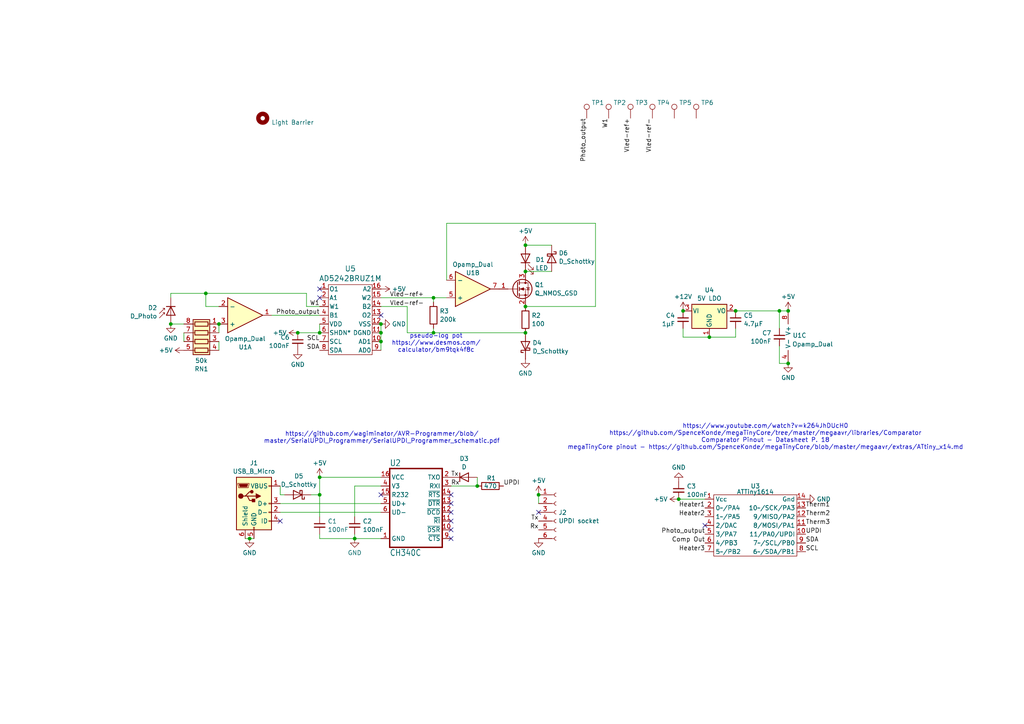
<source format=kicad_sch>
(kicad_sch (version 20231120) (generator "eeschema") (generator_version "8.0")
  (paper "A4")
  (lib_symbols
    (symbol "Connector:Conn_01x06_Socket" (pin_names (offset 1.016) hide)
      (property "Reference" "J" (at 0 7.62 0))
      (property "Value" "Conn_01x06_Socket" (at 0 -10.16 0))
      (symbol "Conn_01x06_Socket_1_1"
        (arc (start 0 -7.112) (mid -0.5058 -7.62) (end 0 -8.128) (stroke (width 0.1524)))
        (arc (start 0 -4.572) (mid -0.5058 -5.08) (end 0 -5.588) (stroke (width 0.1524)))
        (arc (start 0 -2.032) (mid -0.5058 -2.54) (end 0 -3.048) (stroke (width 0.1524)))
        (polyline (pts (xy -1.27 -7.62) (xy -0.508 -7.62)) (stroke (width 0.1524)))
        (polyline (pts (xy -1.27 -5.08) (xy -0.508 -5.08)) (stroke (width 0.1524)))
        (polyline (pts (xy -1.27 -2.54) (xy -0.508 -2.54)) (stroke (width 0.1524)))
        (polyline (pts (xy -1.27 0) (xy -0.508 0)) (stroke (width 0.1524)))
        (polyline (pts (xy -1.27 2.54) (xy -0.508 2.54)) (stroke (width 0.1524)))
        (polyline (pts (xy -1.27 5.08) (xy -0.508 5.08)) (stroke (width 0.1524)))
        (arc (start 0 0.508) (mid -0.5058 0) (end 0 -0.508) (stroke (width 0.1524)))
        (arc (start 0 3.048) (mid -0.5058 2.54) (end 0 2.032) (stroke (width 0.1524)))
        (arc (start 0 5.588) (mid -0.5058 5.08) (end 0 4.572) (stroke (width 0.1524)))
        (pin passive line (at -5.08 5.08 0) (length 3.81) (name "Pin_1") (number "1"))
        (pin passive line (at -5.08 2.54 0) (length 3.81) (name "Pin_2") (number "2"))
        (pin passive line (at -5.08 0 0) (length 3.81) (name "Pin_3") (number "3"))
        (pin passive line (at -5.08 -2.54 0) (length 3.81) (name "Pin_4") (number "4"))
        (pin passive line (at -5.08 -5.08 0) (length 3.81) (name "Pin_5") (number "5"))
        (pin passive line (at -5.08 -7.62 0) (length 3.81) (name "Pin_6") (number "6"))
      )
    )
    (symbol "Connector:TestPoint" (pin_numbers hide) (pin_names (offset 0.762) hide)
      (property "Reference" "TP" (at 0 6.858 0))
      (property "Value" "TestPoint" (at 0 5.08 0))
      (symbol "TestPoint_0_1"
        (circle (center 0 3.302) (radius 0.762))
      )
      (symbol "TestPoint_1_1"
        (pin passive line (at 0 0 90) (length 2.54) (name "1") (number "1"))
      )
    )
    (symbol "Connector:USB_B_Micro" (pin_names (offset 1.016))
      (property "Reference" "J" (at -5.08 11.43 0))
      (property "Value" "USB_B_Micro" (at -5.08 8.89 0))
      (symbol "USB_B_Micro_0_1"
        (rectangle (start -5.08 -7.62) (end 5.08 7.62) (stroke (width 0.254)) (fill (type background)))
        (circle (center -3.81 2.159) (radius 0.635) (stroke (width 0.254)) (fill (type outline)))
        (circle (center -0.635 3.429) (radius 0.381) (stroke (width 0.254)) (fill (type outline)))
        (rectangle (start -0.127 -7.62) (end 0.127 -6.858))
        (polyline (pts (xy -1.905 2.159) (xy 0.635 2.159)) (stroke (width 0.254)))
        (polyline (pts (xy -3.175 2.159) (xy -2.54 2.159) (xy -1.27 3.429) (xy -0.635 3.429)) (stroke (width 0.254)))
        (polyline (pts (xy -2.54 2.159) (xy -1.905 2.159) (xy -1.27 0.889) (xy 0 0.889)) (stroke (width 0.254)))
        (polyline (pts (xy 0.635 2.794) (xy 0.635 1.524) (xy 1.905 2.159) (xy 0.635 2.794)) (stroke (width 0.254)) (fill (type outline)))
        (polyline (pts (xy -4.318 5.588) (xy -1.778 5.588) (xy -2.032 4.826) (xy -4.064 4.826) (xy -4.318 5.588)) (fill (type outline)))
        (polyline (pts (xy -4.699 5.842) (xy -4.699 5.588) (xy -4.445 4.826) (xy -4.445 4.572) (xy -1.651 4.572) (xy -1.651 4.826) (xy -1.397 5.588) (xy -1.397 5.842) (xy -4.699 5.842)))
        (rectangle (start 0.254 1.27) (end -0.508 0.508) (stroke (width 0.254)) (fill (type outline)))
        (rectangle (start 5.08 -5.207) (end 4.318 -4.953))
        (rectangle (start 5.08 -2.667) (end 4.318 -2.413))
        (rectangle (start 5.08 -0.127) (end 4.318 0.127))
        (rectangle (start 5.08 4.953) (end 4.318 5.207))
      )
      (symbol "USB_B_Micro_1_1"
        (pin power_out line (at 7.62 5.08 180) (length 2.54) (name "VBUS") (number "1"))
        (pin bidirectional line (at 7.62 -2.54 180) (length 2.54) (name "D-") (number "2"))
        (pin bidirectional line (at 7.62 0 180) (length 2.54) (name "D+") (number "3"))
        (pin passive line (at 7.62 -5.08 180) (length 2.54) (name "ID") (number "4"))
        (pin power_out line (at 0 -10.16 90) (length 2.54) (name "GND") (number "5"))
        (pin passive line (at -2.54 -10.16 90) (length 2.54) (name "Shield") (number "6"))
      )
    )
    (symbol "Custom:AD5242BRUZ1M" (pin_names (offset 0.254))
      (property "Reference" "U" (at 13.716 5.08 0))
      (property "Value" "AD5242BRUZ1M" (at 13.716 2.794 0))
      (symbol "AD5242BRUZ1M_1_1"
        (rectangle (start 7.62 1.27) (end 20.32 -19.05))
        (pin unspecified line (at 5.08 0 0) (length 2.54) (name "O1") (number "1"))
        (pin unspecified line (at 22.86 -15.24 180) (length 2.54) (name "AD1") (number "10"))
        (pin unspecified line (at 22.86 -12.7 180) (length 2.54) (name "DGND") (number "11"))
        (pin power_in line (at 22.86 -10.16 180) (length 2.54) (name "VSS") (number "12"))
        (pin unspecified line (at 22.86 -7.62 180) (length 2.54) (name "O2") (number "13"))
        (pin unspecified line (at 22.86 -5.08 180) (length 2.54) (name "B2") (number "14"))
        (pin unspecified line (at 22.86 -2.54 180) (length 2.54) (name "W2") (number "15"))
        (pin unspecified line (at 22.86 0 180) (length 2.54) (name "A2") (number "16"))
        (pin unspecified line (at 5.08 -2.54 0) (length 2.54) (name "A1") (number "2"))
        (pin unspecified line (at 5.08 -5.08 0) (length 2.54) (name "W1") (number "3"))
        (pin unspecified line (at 5.08 -7.62 0) (length 2.54) (name "B1") (number "4"))
        (pin power_in line (at 5.08 -10.16 0) (length 2.54) (name "VDD") (number "5"))
        (pin unspecified line (at 5.08 -12.7 0) (length 2.54) (name "SHDN*") (number "6"))
        (pin unspecified line (at 5.08 -15.24 0) (length 2.54) (name "SCL") (number "7"))
        (pin unspecified line (at 5.08 -17.78 0) (length 2.54) (name "SDA") (number "8"))
        (pin unspecified line (at 22.86 -17.78 180) (length 2.54) (name "AD0") (number "9"))
      )
    )
    (symbol "Custom:ATTiny1614"
      (property "Reference" "U" (at 0 0 0))
      (symbol "ATTiny1614_0_1"
        (rectangle (start -11.43 -1.27) (end 12.7 -19.05))
      )
      (symbol "ATTiny1614_1_1"
        (pin input line (at -13.97 -2.54 0) (length 2.54) (name "Vcc") (number "1"))
        (pin input line (at 15.24 -12.7 180) (length 2.54) (name "11/PA0/UPDI") (number "10"))
        (pin input line (at 15.24 -10.16 180) (length 2.54) (name "8/MOSI/PA1") (number "11"))
        (pin input line (at 15.24 -7.62 180) (length 2.54) (name "9/MISO/PA2") (number "12"))
        (pin input line (at 15.24 -5.08 180) (length 2.54) (name "10~/SCK/PA3") (number "13"))
        (pin input line (at 15.24 -2.54 180) (length 2.54) (name "Gnd") (number "14"))
        (pin input line (at -13.97 -5.08 0) (length 2.54) (name "0~/PA4") (number "2"))
        (pin input line (at -13.97 -7.62 0) (length 2.54) (name "1~/PA5") (number "3"))
        (pin input line (at -13.97 -10.16 0) (length 2.54) (name "2/DAC") (number "4"))
        (pin input line (at -13.97 -12.7 0) (length 2.54) (name "3/PA7") (number "5"))
        (pin input line (at -13.97 -15.24 0) (length 2.54) (name "4/PB3") (number "6"))
        (pin input line (at -13.97 -17.78 0) (length 2.54) (name "5~/PB2") (number "7"))
        (pin input line (at 15.24 -17.78 180) (length 2.54) (name "6~/SDA/PB1") (number "8"))
        (pin input line (at 15.24 -15.24 180) (length 2.54) (name "7~/SCL/PB0") (number "9"))
      )
    )
    (symbol "Device:C_Small" (pin_numbers hide) (pin_names (offset 0.254) hide)
      (property "Reference" "C" (at 0.254 1.778 0))
      (property "Value" "C_Small" (at 0.254 -2.032 0))
      (symbol "C_Small_0_1"
        (polyline (pts (xy -1.524 -0.508) (xy 1.524 -0.508)) (stroke (width 0.3302)))
        (polyline (pts (xy -1.524 0.508) (xy 1.524 0.508)) (stroke (width 0.3048)))
      )
      (symbol "C_Small_1_1"
        (pin passive line (at 0 2.54 270) (length 2.032) (name "~") (number "1"))
        (pin passive line (at 0 -2.54 90) (length 2.032) (name "~") (number "2"))
      )
    )
    (symbol "Device:D" (pin_numbers hide) (pin_names (offset 1.016) hide)
      (property "Reference" "D" (at 0 2.54 0))
      (property "Value" "D" (at 0 -2.54 0))
      (symbol "D_0_1"
        (polyline (pts (xy -1.27 1.27) (xy -1.27 -1.27)) (stroke (width 0.254)))
        (polyline (pts (xy 1.27 0) (xy -1.27 0)))
        (polyline (pts (xy 1.27 1.27) (xy 1.27 -1.27) (xy -1.27 0) (xy 1.27 1.27)) (stroke (width 0.254)))
      )
      (symbol "D_1_1"
        (pin passive line (at -3.81 0 0) (length 2.54) (name "K") (number "1"))
        (pin passive line (at 3.81 0 180) (length 2.54) (name "A") (number "2"))
      )
    )
    (symbol "Device:D_Photo" (pin_numbers hide) (pin_names hide)
      (property "Reference" "D" (at 0.508 1.778 0))
      (property "Value" "D_Photo" (at -1.016 -2.794 0))
      (symbol "D_Photo_0_1"
        (polyline (pts (xy -2.54 1.27) (xy -2.54 -1.27)) (stroke (width 0.254)))
        (polyline (pts (xy -2.032 1.778) (xy -1.524 1.778)))
        (polyline (pts (xy 0 0) (xy -2.54 0)))
        (polyline (pts (xy -0.508 3.302) (xy -2.032 1.778) (xy -2.032 2.286)))
        (polyline (pts (xy 0 -1.27) (xy 0 1.27) (xy -2.54 0) (xy 0 -1.27)) (stroke (width 0.254)))
        (polyline (pts (xy 0.762 3.302) (xy -0.762 1.778) (xy -0.762 2.286) (xy -0.762 1.778) (xy -0.254 1.778)))
      )
      (symbol "D_Photo_1_1"
        (pin passive line (at -5.08 0 0) (length 2.54) (name "K") (number "1"))
        (pin passive line (at 2.54 0 180) (length 2.54) (name "A") (number "2"))
      )
    )
    (symbol "Device:D_Schottky" (pin_numbers hide) (pin_names (offset 1.016) hide)
      (property "Reference" "D" (at 0 2.54 0))
      (property "Value" "D_Schottky" (at 0 -2.54 0))
      (symbol "D_Schottky_0_1"
        (polyline (pts (xy 1.27 0) (xy -1.27 0)))
        (polyline (pts (xy 1.27 1.27) (xy 1.27 -1.27) (xy -1.27 0) (xy 1.27 1.27)) (stroke (width 0.254)))
        (polyline (pts (xy -1.905 0.635) (xy -1.905 1.27) (xy -1.27 1.27) (xy -1.27 -1.27) (xy -0.635 -1.27) (xy -0.635 -0.635)) (stroke (width 0.254)))
      )
      (symbol "D_Schottky_1_1"
        (pin passive line (at -3.81 0 0) (length 2.54) (name "K") (number "1"))
        (pin passive line (at 3.81 0 180) (length 2.54) (name "A") (number "2"))
      )
    )
    (symbol "Device:LED" (pin_numbers hide) (pin_names (offset 1.016) hide)
      (property "Reference" "D" (at 0 2.54 0))
      (property "Value" "LED" (at 0 -2.54 0))
      (symbol "LED_0_1"
        (polyline (pts (xy -1.27 -1.27) (xy -1.27 1.27)) (stroke (width 0.254)))
        (polyline (pts (xy -1.27 0) (xy 1.27 0)))
        (polyline (pts (xy 1.27 -1.27) (xy 1.27 1.27) (xy -1.27 0) (xy 1.27 -1.27)) (stroke (width 0.254)))
        (polyline (pts (xy -3.048 -0.762) (xy -4.572 -2.286) (xy -3.81 -2.286) (xy -4.572 -2.286) (xy -4.572 -1.524)))
        (polyline (pts (xy -1.778 -0.762) (xy -3.302 -2.286) (xy -2.54 -2.286) (xy -3.302 -2.286) (xy -3.302 -1.524)))
      )
      (symbol "LED_1_1"
        (pin passive line (at -3.81 0 0) (length 2.54) (name "K") (number "1"))
        (pin passive line (at 3.81 0 180) (length 2.54) (name "A") (number "2"))
      )
    )
    (symbol "Device:Opamp_Dual"
      (property "Reference" "U" (at 0 5.08 0))
      (property "Value" "Opamp_Dual" (at 0 -5.08 0))
      (symbol "Opamp_Dual_1_1"
        (polyline (pts (xy -5.08 5.08) (xy 5.08 0) (xy -5.08 -5.08) (xy -5.08 5.08)) (stroke (width 0.254)) (fill (type background)))
        (pin output line (at 7.62 0 180) (length 2.54) (name "~") (number "1"))
        (pin input line (at -7.62 -2.54 0) (length 2.54) (name "-") (number "2"))
        (pin input line (at -7.62 2.54 0) (length 2.54) (name "+") (number "3"))
      )
      (symbol "Opamp_Dual_2_1"
        (polyline (pts (xy -5.08 5.08) (xy 5.08 0) (xy -5.08 -5.08) (xy -5.08 5.08)) (stroke (width 0.254)) (fill (type background)))
        (pin input line (at -7.62 2.54 0) (length 2.54) (name "+") (number "5"))
        (pin input line (at -7.62 -2.54 0) (length 2.54) (name "-") (number "6"))
        (pin output line (at 7.62 0 180) (length 2.54) (name "~") (number "7"))
      )
      (symbol "Opamp_Dual_3_1"
        (pin power_in line (at -2.54 -7.62 90) (length 3.81) (name "V-") (number "4"))
        (pin power_in line (at -2.54 7.62 270) (length 3.81) (name "V+") (number "8"))
      )
    )
    (symbol "Device:Q_NMOS_GSD" (pin_names (offset 0) hide)
      (property "Reference" "Q" (at 5.08 1.27 0))
      (property "Value" "Q_NMOS_GSD" (at 5.08 -1.27 0))
      (symbol "Q_NMOS_GSD_0_1"
        (polyline (pts (xy 0.254 0) (xy -2.54 0)))
        (polyline (pts (xy 0.254 1.905) (xy 0.254 -1.905)) (stroke (width 0.254)))
        (polyline (pts (xy 0.762 -1.27) (xy 0.762 -2.286)) (stroke (width 0.254)))
        (polyline (pts (xy 0.762 0.508) (xy 0.762 -0.508)) (stroke (width 0.254)))
        (polyline (pts (xy 0.762 2.286) (xy 0.762 1.27)) (stroke (width 0.254)))
        (polyline (pts (xy 2.54 2.54) (xy 2.54 1.778)))
        (polyline (pts (xy 2.54 -2.54) (xy 2.54 0) (xy 0.762 0)))
        (polyline (pts (xy 0.762 -1.778) (xy 3.302 -1.778) (xy 3.302 1.778) (xy 0.762 1.778)))
        (polyline (pts (xy 1.016 0) (xy 2.032 0.381) (xy 2.032 -0.381) (xy 1.016 0)) (fill (type outline)))
        (polyline (pts (xy 2.794 0.508) (xy 2.921 0.381) (xy 3.683 0.381) (xy 3.81 0.254)))
        (polyline (pts (xy 3.302 0.381) (xy 2.921 -0.254) (xy 3.683 -0.254) (xy 3.302 0.381)))
        (circle (center 1.651 0) (radius 2.794) (stroke (width 0.254)))
        (circle (center 2.54 -1.778) (radius 0.254) (fill (type outline)))
        (circle (center 2.54 1.778) (radius 0.254) (fill (type outline)))
      )
      (symbol "Q_NMOS_GSD_1_1"
        (pin input line (at -5.08 0 0) (length 2.54) (name "G") (number "1"))
        (pin passive line (at 2.54 -5.08 90) (length 2.54) (name "S") (number "2"))
        (pin passive line (at 2.54 5.08 270) (length 2.54) (name "D") (number "3"))
      )
    )
    (symbol "Device:R" (pin_numbers hide) (pin_names (offset 0))
      (property "Reference" "R" (at 2.032 0 90))
      (property "Value" "R" (at 0 0 90))
      (symbol "R_0_1"
        (rectangle (start -1.016 -2.54) (end 1.016 2.54) (stroke (width 0.254)))
      )
      (symbol "R_1_1"
        (pin passive line (at 0 3.81 270) (length 1.27) (name "~") (number "1"))
        (pin passive line (at 0 -3.81 90) (length 1.27) (name "~") (number "2"))
      )
    )
    (symbol "Device:R_Pack04" (pin_names (offset 0) hide)
      (property "Reference" "RN" (at -7.62 0 90))
      (property "Value" "R_Pack04" (at 5.08 0 90))
      (symbol "R_Pack04_0_1"
        (rectangle (start -6.35 -2.413) (end 3.81 2.413) (stroke (width 0.254)) (fill (type background)))
        (rectangle (start -5.715 1.905) (end -4.445 -1.905) (stroke (width 0.254)))
        (rectangle (start -3.175 1.905) (end -1.905 -1.905) (stroke (width 0.254)))
        (rectangle (start -0.635 1.905) (end 0.635 -1.905) (stroke (width 0.254)))
        (polyline (pts (xy -5.08 -2.54) (xy -5.08 -1.905)))
        (polyline (pts (xy -5.08 1.905) (xy -5.08 2.54)))
        (polyline (pts (xy -2.54 -2.54) (xy -2.54 -1.905)))
        (polyline (pts (xy -2.54 1.905) (xy -2.54 2.54)))
        (polyline (pts (xy 0 -2.54) (xy 0 -1.905)))
        (polyline (pts (xy 0 1.905) (xy 0 2.54)))
        (polyline (pts (xy 2.54 -2.54) (xy 2.54 -1.905)))
        (polyline (pts (xy 2.54 1.905) (xy 2.54 2.54)))
        (rectangle (start 1.905 1.905) (end 3.175 -1.905) (stroke (width 0.254)))
      )
      (symbol "R_Pack04_1_1"
        (pin passive line (at -5.08 -5.08 90) (length 2.54) (name "R1.1") (number "1"))
        (pin passive line (at -2.54 -5.08 90) (length 2.54) (name "R2.1") (number "2"))
        (pin passive line (at 0 -5.08 90) (length 2.54) (name "R3.1") (number "3"))
        (pin passive line (at 2.54 -5.08 90) (length 2.54) (name "R4.1") (number "4"))
        (pin passive line (at 2.54 5.08 270) (length 2.54) (name "R4.2") (number "5"))
        (pin passive line (at 0 5.08 270) (length 2.54) (name "R3.2") (number "6"))
        (pin passive line (at -2.54 5.08 270) (length 2.54) (name "R2.2") (number "7"))
        (pin passive line (at -5.08 5.08 270) (length 2.54) (name "R1.2") (number "8"))
      )
    )
    (symbol "Mechanical:MountingHole" (pin_names (offset 1.016)) (exclude_from_sim yes) (in_bom no)
      (property "Reference" "H" (at 0 5.08 0))
      (property "Value" "MountingHole" (at 0 3.175 0))
      (symbol "MountingHole_0_1"
        (circle (center 0 0) (radius 1.27) (stroke (width 1.27)))
      )
    )
    (symbol "Regulator_Linear:AZ1084-5.0" (pin_names (offset 0.254))
      (property "Reference" "U" (at -3.81 3.175 0))
      (property "Value" "AZ1084-5.0" (at 0 3.175 0))
      (symbol "AZ1084-5.0_0_1"
        (rectangle (start -5.08 1.905) (end 5.08 -5.08) (stroke (width 0.254)) (fill (type background)))
      )
      (symbol "AZ1084-5.0_1_1"
        (pin power_in line (at 0 -7.62 90) (length 2.54) (name "GND") (number "1"))
        (pin power_out line (at 7.62 0 180) (length 2.54) (name "VO") (number "2"))
        (pin power_in line (at -7.62 0 0) (length 2.54) (name "VI") (number "3"))
      )
    )
    (symbol "Serial-Basic-CH340C-and-USBC-eagle-import:CH340C"
      (property "Reference" "U" (at -7.62 10.795 0))
      (symbol "CH340C_1_0"
        (polyline (pts (xy -7.62 -12.7) (xy 7.62 -12.7)) (stroke (width 0.4064)))
        (polyline (pts (xy -7.62 10.16) (xy -7.62 -12.7)) (stroke (width 0.4064)))
        (polyline (pts (xy 7.62 -12.7) (xy 7.62 10.16)) (stroke (width 0.4064)))
        (polyline (pts (xy 7.62 10.16) (xy -7.62 10.16)) (stroke (width 0.4064)))
        (pin bidirectional line (at -10.16 -10.16 0) (length 2.54) (name "GND") (number "1"))
        (pin bidirectional line (at 10.16 -7.62 180) (length 2.54) (name "~{DSR}") (number "10"))
        (pin bidirectional line (at 10.16 -5.08 180) (length 2.54) (name "~{RI}") (number "11"))
        (pin bidirectional line (at 10.16 -2.54 180) (length 2.54) (name "~{DCD}") (number "12"))
        (pin bidirectional line (at 10.16 0 180) (length 2.54) (name "~{DTR}") (number "13"))
        (pin bidirectional line (at 10.16 2.54 180) (length 2.54) (name "~{RTS}") (number "14"))
        (pin bidirectional line (at -10.16 2.54 0) (length 2.54) (name "R232") (number "15"))
        (pin bidirectional line (at -10.16 7.62 0) (length 2.54) (name "VCC") (number "16"))
        (pin bidirectional line (at 10.16 7.62 180) (length 2.54) (name "TXO") (number "2"))
        (pin bidirectional line (at 10.16 5.08 180) (length 2.54) (name "RXI") (number "3"))
        (pin bidirectional line (at -10.16 5.08 0) (length 2.54) (name "V3") (number "4"))
        (pin bidirectional line (at -10.16 0 0) (length 2.54) (name "UD+") (number "5"))
        (pin bidirectional line (at -10.16 -2.54 0) (length 2.54) (name "UD-") (number "6"))
        (pin bidirectional line (at 10.16 -10.16 180) (length 2.54) (name "~{CTS}") (number "9"))
      )
    )
    (symbol "power:+12V" (power) (pin_numbers hide) (pin_names (offset 0) hide)
      (property "Value" "+12V" (at 0 3.556 0))
      (symbol "+12V_0_1"
        (polyline (pts (xy -0.762 1.27) (xy 0 2.54)))
        (polyline (pts (xy 0 0) (xy 0 2.54)))
        (polyline (pts (xy 0 2.54) (xy 0.762 1.27)))
      )
      (symbol "+12V_1_1"
        (pin power_in line (at 0 0 90) (length 0) (name "~") (number "1"))
      )
    )
    (symbol "power:+5V" (power) (pin_numbers hide) (pin_names (offset 0) hide)
      (property "Value" "+5V" (at 0 3.556 0))
      (symbol "+5V_0_1"
        (polyline (pts (xy -0.762 1.27) (xy 0 2.54)))
        (polyline (pts (xy 0 0) (xy 0 2.54)))
        (polyline (pts (xy 0 2.54) (xy 0.762 1.27)))
      )
      (symbol "+5V_1_1"
        (pin power_in line (at 0 0 90) (length 0) (name "~") (number "1"))
      )
    )
    (symbol "power:GND" (power) (pin_numbers hide) (pin_names (offset 0) hide)
      (property "Value" "GND" (at 0 -3.81 0))
      (symbol "GND_0_1"
        (polyline (pts (xy 0 0) (xy 0 -1.27) (xy 1.27 -1.27) (xy 0 -2.54) (xy -1.27 -1.27) (xy 0 -1.27)))
      )
      (symbol "GND_1_1"
        (pin power_in line (at 0 0 270) (length 0) (name "~") (number "1"))
      )
    )
  )
  (junction (at 213.36 90.17))
  (junction (at 205.74 97.79))
  (junction (at 125.73 86.36))
  (junction (at 92.71 143.51))
  (junction (at 196.85 144.78))
  (junction (at 152.4 78.74))
  (junction (at 152.4 71.12))
  (junction (at 86.36 96.52))
  (junction (at 228.6 90.17))
  (junction (at 125.73 96.52))
  (junction (at 228.6 105.41))
  (junction (at 198.12 90.17))
  (junction (at 102.87 156.21))
  (junction (at 72.39 156.21))
  (junction (at 110.49 96.52))
  (junction (at 138.43 140.97))
  (junction (at 63.5 93.98))
  (junction (at 49.53 93.98))
  (junction (at 92.71 138.43))
  (junction (at 92.71 96.52))
  (junction (at 226.06 90.17))
  (junction (at 156.21 143.51))
  (junction (at 59.69 85.09))
  (junction (at 152.4 88.9))
  (junction (at 152.4 96.52))
  (junction (at 110.49 99.06))
  (junction (at 110.49 93.98))
  (no_connect (at 81.28 151.13))
  (no_connect (at 110.49 143.51))
  (no_connect (at 156.21 148.59))
  (no_connect (at 204.47 152.4))
  (no_connect (at 130.81 146.05))
  (no_connect (at 130.81 153.67))
  (no_connect (at 130.81 151.13))
  (no_connect (at 130.81 148.59))
  (no_connect (at 130.81 143.51))
  (no_connect (at 92.71 86.36))
  (no_connect (at 110.49 91.44))
  (no_connect (at 130.81 156.21))
  (no_connect (at 92.71 83.82))
  (wire (pts (xy 130.81 140.97) (xy 138.43 140.97)))
  (wire (pts (xy 152.4 88.9) (xy 172.72 88.9)))
  (wire (pts (xy 49.53 93.98) (xy 53.34 93.98)))
  (wire (pts (xy 125.73 86.36) (xy 129.54 86.36)))
  (wire (pts (xy 226.06 95.25) (xy 226.06 90.17)))
  (wire (pts (xy 81.28 146.05) (xy 110.49 146.05)))
  (wire (pts (xy 110.49 96.52) (xy 110.49 99.06)))
  (wire (pts (xy 228.6 105.41) (xy 226.06 105.41)))
  (wire (pts (xy 152.4 78.74) (xy 160.02 78.74)))
  (wire (pts (xy 90.17 143.51) (xy 92.71 143.51)))
  (wire (pts (xy 59.69 85.09) (xy 59.69 88.9)))
  (wire (pts (xy 88.9 85.09) (xy 88.9 88.9)))
  (wire (pts (xy 198.12 97.79) (xy 205.74 97.79)))
  (wire (pts (xy 92.71 138.43) (xy 92.71 143.51)) (stroke (width 0.1524)))
  (wire (pts (xy 172.72 88.9) (xy 172.72 64.77)))
  (wire (pts (xy 118.11 88.9) (xy 110.49 88.9)))
  (wire (pts (xy 92.71 156.21) (xy 92.71 154.94)) (stroke (width 0.1524)))
  (wire (pts (xy 92.71 88.9) (xy 88.9 88.9)))
  (wire (pts (xy 102.87 154.94) (xy 102.87 156.21)))
  (wire (pts (xy 152.4 71.12) (xy 160.02 71.12)))
  (wire (pts (xy 71.12 156.21) (xy 72.39 156.21)))
  (wire (pts (xy 226.06 105.41) (xy 226.06 100.33)))
  (wire (pts (xy 59.69 85.09) (xy 49.53 85.09)))
  (wire (pts (xy 213.36 97.79) (xy 205.74 97.79)))
  (wire (pts (xy 102.87 140.97) (xy 102.87 149.86)) (stroke (width 0.1524)))
  (wire (pts (xy 81.28 148.59) (xy 110.49 148.59)))
  (wire (pts (xy 59.69 88.9) (xy 63.5 88.9)))
  (wire (pts (xy 49.53 85.09) (xy 49.53 86.36)))
  (wire (pts (xy 72.39 156.21) (xy 73.66 156.21)))
  (wire (pts (xy 81.28 143.51) (xy 82.55 143.51)))
  (wire (pts (xy 110.49 86.36) (xy 125.73 86.36)))
  (wire (pts (xy 53.34 96.52) (xy 53.34 99.06)))
  (wire (pts (xy 92.71 156.21) (xy 102.87 156.21)) (stroke (width 0.1524)))
  (wire (pts (xy 102.87 156.21) (xy 110.49 156.21)) (stroke (width 0.1524)))
  (wire (pts (xy 92.71 93.98) (xy 92.71 96.52)))
  (wire (pts (xy 118.11 96.52) (xy 125.73 96.52)))
  (wire (pts (xy 125.73 95.25) (xy 125.73 96.52)))
  (wire (pts (xy 118.11 88.9) (xy 118.11 96.52)))
  (wire (pts (xy 213.36 95.25) (xy 213.36 97.79)))
  (wire (pts (xy 125.73 86.36) (xy 125.73 87.63)))
  (wire (pts (xy 110.49 93.98) (xy 110.49 96.52)))
  (wire (pts (xy 63.5 93.98) (xy 63.5 96.52)))
  (wire (pts (xy 110.49 99.06) (xy 110.49 101.6)))
  (wire (pts (xy 88.9 85.09) (xy 59.69 85.09)))
  (wire (pts (xy 92.71 138.43) (xy 110.49 138.43)) (stroke (width 0.1524)))
  (wire (pts (xy 78.74 91.44) (xy 92.71 91.44)))
  (wire (pts (xy 156.21 143.51) (xy 156.21 146.05)))
  (wire (pts (xy 226.06 90.17) (xy 228.6 90.17)))
  (wire (pts (xy 198.12 95.25) (xy 198.12 97.79)))
  (wire (pts (xy 92.71 143.51) (xy 92.71 149.86)) (stroke (width 0.1524)))
  (wire (pts (xy 81.28 140.97) (xy 81.28 143.51)))
  (wire (pts (xy 63.5 99.06) (xy 63.5 101.6)))
  (wire (pts (xy 125.73 96.52) (xy 152.4 96.52)))
  (wire (pts (xy 110.49 140.97) (xy 102.87 140.97)) (stroke (width 0.1524)))
  (wire (pts (xy 172.72 64.77) (xy 129.54 64.77)))
  (wire (pts (xy 196.85 144.78) (xy 204.47 144.78)))
  (wire (pts (xy 138.43 140.97) (xy 138.43 138.43)))
  (wire (pts (xy 213.36 90.17) (xy 226.06 90.17)))
  (wire (pts (xy 86.36 96.52) (xy 92.71 96.52)))
  (wire (pts (xy 129.54 64.77) (xy 129.54 81.28)))
  (text "https://www.youtube.com/watch?v=k264JhDUcH0\nhttps://github.com/SpenceKonde/megaTinyCore/tree/master/megaavr/libraries/Comparator\nComparator Pinout - Datasheet P. 18\nmegaTinyCore pinout - https://github.com/SpenceKonde/megaTinyCore/blob/master/megaavr/extras/ATtiny_x14.md" (at 221.996 126.746 0) (effects (font (size 1.27 1.27))))
  (text "pseudo-log pot\nhttps://www.desmos.com/\ncalculator/bm9tqk4f8c" (at 126.492 99.568 0) (effects (font (size 1.27 1.27))))
  (text "https://github.com/wagiminator/AVR-Programmer/blob/\nmaster/SerialUPDI_Programmer/SerialUPDI_Programmer_schematic.pdf" (at 110.744 127 0) (effects (font (size 1.27 1.27))))
  (text "https://www.instructables.com/Adrianino-ATtiny-1614-UPDI/\nhttps://www.youtube.com/watch?app=desktop&v=k264JhDUcH0&ab_channel=GrugHuhler" (at 130.556 -24.892 0) (effects (font (size 1.27 1.27))))
  (label "Rx" (at 156.21 153.67 180))
  (label "SCL" (at 233.68 160.02 0))
  (label "Comp Out" (at 204.47 157.48 180))
  (label "Heater1" (at 204.47 147.32 180))
  (label "Heater3" (at 204.47 160.02 180))
  (label "Tx" (at 130.81 138.43 0))
  (label "SDA" (at 92.71 101.6 180))
  (label "W1" (at 92.71 88.9 180))
  (label "Heater2" (at 204.47 149.86 180))
  (label "Photo_output" (at 170.18 34.29 270))
  (label "Photo_output" (at 92.71 91.44 180))
  (label "Rx" (at 130.81 140.97 0))
  (label "W1" (at 176.53 34.29 270))
  (label "Therm3" (at 233.68 152.4 0))
  (label "UPDI" (at 233.68 154.94 0))
  (label "Vled-ref-" (at 189.23 34.29 270))
  (label "Vled-ref+" (at 182.88 34.29 270))
  (label "UPDI" (at 146.05 140.97 0))
  (label "SDA" (at 233.68 157.48 0))
  (label "Photo_output" (at 204.47 154.94 180))
  (label "Tx" (at 156.21 151.13 180))
  (label "Therm1" (at 233.68 147.32 0))
  (label "SCL" (at 92.71 99.06 180))
  (label "Therm2" (at 233.68 149.86 0))
  (label "Vled-ref-" (at 113.03 88.9 0))
  (label "Vled-ref+" (at 113.03 86.36 0))
  (symbol (lib_id "power:+5V") (at 196.85 144.78 90) (unit 1)
    (property "Reference" "#PWR04" (effects (hide yes)))
    (property "Value" "+5V" (at 193.6751 144.78 90) (effects (justify left)))
    (property "Description" "Power symbol creates a global label with name \"+5V\"" (effects (hide yes)))
  )
  (symbol (lib_id "Connector:USB_B_Micro") (at 73.66 146.05 0) (unit 1)
    (property "Reference" "J1" (at 73.66 134.2855 0))
    (property "Value" "USB_B_Micro" (at 73.66 136.7098 0))
    (property "Footprint" "Custom:AMPHENOL_10118193-0001LF" (effects (hide yes)))
    (property "Datasheet" "https://cdn.amphenol-cs.com/media/wysiwyg/files/documentation/datasheet/inputoutput/io_usb_micro.pdf" (effects (hide yes)))
    (property "Description" "USB Micro Type B connector" (effects (hide yes)))
    (property "Manufacturer" "Amphenol ICC (FCI)" (effects (hide yes)))
    (property "Part" "10118193-0001LF" (effects (hide yes)))
  )
  (symbol (lib_id "Device:Opamp_Dual") (at 231.14 97.79 0) (unit 3)
    (property "Reference" "U1" (at 231.902 97.282 0))
    (property "Value" "Opamp_Dual" (at 235.712 99.822 0))
    (property "Footprint" "Package_SO:MSOP-8_3x3mm_P0.65mm" (effects (hide yes)))
    (property "Datasheet" "https://www.analog.com/media/en/technical-documentation/data-sheets/AD8603_8607_8609.pdf" (effects (hide yes)))
    (property "Description" "CMOS Amplifier 2 Circuit Rail-to-Rail 8-MSOP" (effects (hide yes)))
    (property "Manufacturer" "Analog Devices Inc." (effects (hide yes)))
    (property "Part" "AD8607ARMZ-REEL" (effects (hide yes)))
  )
  (symbol (lib_id "power:+5V") (at 92.71 138.43 0) (unit 1)
    (property "Reference" "#PWR03" (effects (hide yes)))
    (property "Value" "+5V" (at 92.71 134.2969 0))
    (property "Description" "Power symbol creates a global label with name \"+5V\"" (effects (hide yes)))
  )
  (symbol (lib_id "Device:D_Schottky") (at 152.4 100.33 90) (unit 1)
    (property "Reference" "D4" (at 154.432 99.4353 90) (effects (justify right)))
    (property "Value" "D_Schottky" (at 154.432 101.8596 90) (effects (justify right)))
    (property "Footprint" "Diode_SMD:D_SOD-323" (effects (hide yes)))
    (property "Datasheet" "https://toshiba.semicon-storage.com/info/docget.jsp?did=14077&prodName=CUS10S30" (effects (hide yes)))
    (property "Description" "Diode 30 V 1A Surface Mount USC" (effects (hide yes)))
    (property "Manufacturer" "Toshiba Semiconductor and Storage" (effects (hide yes)))
    (property "Part" "CUS10S30,H3F" (effects (hide yes)))
  )
  (symbol (lib_id "Device:C_Small") (at 92.71 152.4 0) (unit 1)
    (property "Reference" "C1" (at 95.0341 151.1941 0) (effects (justify left)))
    (property "Value" "100nF" (at 95.0341 153.6184 0) (effects (justify left)))
    (property "Footprint" "Capacitor_SMD:C_0805_2012Metric" (effects (hide yes)))
    (property "Datasheet" "https://www.yageo.com/upload/media/product/productsearch/datasheet/mlcc/UPY-GPHC_X7R_6.3V-to-250V_24.pdf" (effects (hide yes)))
    (property "Description" "CAP CER 0.1UF 50V X7R 0805" (effects (hide yes)))
    (property "Manufacturer" "YAGEO" (effects (hide yes)))
    (property "Part" "CC0805KRX7R9BB104" (effects (hide yes)))
  )
  (symbol (lib_id "Connector:TestPoint") (at 195.58 34.29 0) (unit 1)
    (property "Reference" "TP5" (at 196.977 29.7758 0) (effects (justify left)))
    (property "Value" "TestPoint" (effects (hide yes)))
    (property "Footprint" "TestPoint:TestPoint_Pad_D3.0mm" (effects (hide yes)))
    (property "Description" "test point" (effects (hide yes)))
  )
  (symbol (lib_id "Device:Opamp_Dual") (at 71.12 91.44 0) (mirror x) (unit 1)
    (property "Reference" "U1" (at 71.12 100.6645 0))
    (property "Value" "Opamp_Dual" (at 71.12 98.2402 0))
    (property "Footprint" "Package_SO:MSOP-8_3x3mm_P0.65mm" (effects (hide yes)))
    (property "Datasheet" "https://www.analog.com/media/en/technical-documentation/data-sheets/AD8603_8607_8609.pdf" (effects (hide yes)))
    (property "Description" "CMOS Amplifier 2 Circuit Rail-to-Rail 8-MSOP" (effects (hide yes)))
    (property "Manufacturer" "Analog Devices Inc." (effects (hide yes)))
    (property "Part" "AD8607ARMZ-REEL" (effects (hide yes)))
  )
  (symbol (lib_id "Custom:AD5242BRUZ1M") (at 87.63 83.82 0) (unit 1)
    (property "Reference" "U5" (at 101.6 77.9196 0) (effects (font (size 1.524 1.524))))
    (property "Value" "AD5242BRUZ1M" (at 101.6 80.7525 0) (effects (font (size 1.524 1.524))))
    (property "Footprint" "RU_16_ADI" (effects (hide yes)))
    (property "Datasheet" "https://www.analog.com/media/en/technical-documentation/data-sheets/ad5241_ad5242.pdf" (effects (hide yes)))
    (property "Description" "Digital Potentiometer 1M Ohm 2 Circuit 256 Taps I2C Interface 16-TSSOP" (effects (hide yes)))
    (property "Manufacturer" "Analog Devices Inc." (effects (hide yes)))
    (property "Part" "AD5242BRUZ1M" (effects (hide yes)))
  )
  (symbol (lib_id "power:GND") (at 102.87 156.21 0) (unit 1)
    (property "Reference" "#PWR02" (effects (hide yes)))
    (property "Value" "GND" (at 102.87 160.3431 0))
    (property "Description" "Power symbol creates a global label with name \"GND\" , ground" (effects (hide yes)))
  )
  (symbol (lib_id "power:+5V") (at 53.34 101.6 90) (unit 1)
    (property "Reference" "#PWR09" (effects (hide yes)))
    (property "Value" "+5V" (at 50.1651 101.6 90) (effects (justify left)))
    (property "Description" "Power symbol creates a global label with name \"+5V\"" (effects (hide yes)))
  )
  (symbol (lib_id "power:GND") (at 228.6 105.41 0) (unit 1)
    (property "Reference" "#PWR012" (effects (hide yes)))
    (property "Value" "GND" (at 228.6 109.5431 0))
    (property "Description" "Power symbol creates a global label with name \"GND\" , ground" (effects (hide yes)))
  )
  (symbol (lib_id "Device:C_Small") (at 213.36 92.71 0) (unit 1)
    (property "Reference" "C5" (at 215.6841 91.5041 0) (effects (justify left)))
    (property "Value" "4.7µF" (at 215.6841 93.9284 0) (effects (justify left)))
    (property "Footprint" "Capacitor_SMD:C_0805_2012Metric" (effects (hide yes)))
    (property "Datasheet" "https://mm.digikey.com/Volume0/opasdata/d220001/medias/docus/41/CL21A475KAQNNNE_Spec.pdf" (effects (hide yes)))
    (property "Description" "4.7 µF ±10% 25V Ceramic Capacitor X5R 0805 (2012 Metric)" (effects (hide yes)))
    (property "Manufacturer" "Samsung Electro-Mechanics" (effects (hide yes)))
    (property "Part" "CL21A475KAQNNNE" (effects (hide yes)))
  )
  (symbol (lib_id "power:GND") (at 233.68 144.78 90) (unit 1)
    (property "Reference" "#PWR05" (effects (hide yes)))
    (property "Value" "GND" (at 236.855 144.78 90) (effects (justify right)))
    (property "Description" "Power symbol creates a global label with name \"GND\" , ground" (effects (hide yes)))
  )
  (symbol (lib_id "Device:C_Small") (at 86.36 99.06 0) (mirror y) (unit 1)
    (property "Reference" "C6" (at 84.0359 97.8541 0) (effects (justify left)))
    (property "Value" "100nF" (at 84.0359 100.2784 0) (effects (justify left)))
    (property "Footprint" "Capacitor_SMD:C_0805_2012Metric" (effects (hide yes)))
    (property "Datasheet" "https://www.yageo.com/upload/media/product/productsearch/datasheet/mlcc/UPY-GPHC_X7R_6.3V-to-250V_24.pdf" (effects (hide yes)))
    (property "Description" "CAP CER 0.1UF 50V X7R 0805" (effects (hide yes)))
    (property "Manufacturer" "YAGEO" (effects (hide yes)))
    (property "Part" "CC0805KRX7R9BB104" (effects (hide yes)))
  )
  (symbol (lib_id "power:+5V") (at 156.21 143.51 0) (unit 1)
    (property "Reference" "#PWR021" (effects (hide yes)))
    (property "Value" "+5V" (at 156.21 139.3769 0))
    (property "Description" "Power symbol creates a global label with name \"+5V\"" (effects (hide yes)))
  )
  (symbol (lib_id "Device:C_Small") (at 102.87 152.4 0) (unit 1)
    (property "Reference" "C2" (at 105.1941 151.1941 0) (effects (justify left)))
    (property "Value" "100nF" (at 105.1941 153.6184 0) (effects (justify left)))
    (property "Footprint" "Capacitor_SMD:C_0805_2012Metric" (effects (hide yes)))
    (property "Datasheet" "https://www.yageo.com/upload/media/product/productsearch/datasheet/mlcc/UPY-GPHC_X7R_6.3V-to-250V_24.pdf" (effects (hide yes)))
    (property "Description" "CAP CER 0.1UF 50V X7R 0805" (effects (hide yes)))
    (property "Manufacturer" "YAGEO" (effects (hide yes)))
    (property "Part" "CC0805KRX7R9BB104" (effects (hide yes)))
  )
  (symbol (lib_id "Connector:Conn_01x06_Socket") (at 161.29 148.59 0) (unit 1)
    (property "Reference" "J2" (at 162.0012 148.6478 0) (effects (justify left)))
    (property "Value" "UPDI socket" (at 162.0012 151.0721 0) (effects (justify left)))
    (property "Footprint" "Connector_PinSocket_2.54mm:PinSocket_1x06_P2.54mm_Vertical_SMD_Pin1Right" (effects (hide yes)))
    (property "Datasheet" "https://mm.digikey.com/Volume0/opasdata/d220001/medias/docus/2900/NPxCxx1KFXx-RC%2010487-D.pdf" (effects (hide yes)))
    (property "Description" "6 Position Header, Top or Bottom Entry Connector 0.100\" (2.54mm) Surface Mount Tin" (effects (hide yes)))
    (property "Manufacturer" "Sullins Connector Solutions" (effects (hide yes)))
    (property "Part" "NPTC061KFXC-RC" (effects (hide yes)))
  )
  (symbol (lib_id "Device:D_Photo") (at 49.53 91.44 90) (mirror x) (unit 1)
    (property "Reference" "D2" (at 45.593 89.2753 90) (effects (justify left)))
    (property "Value" "D_Photo" (at 45.593 91.6996 90) (effects (justify left)))
    (property "Datasheet" "https://look.ams-osram.com/m/3798e9afd3f63ea8/original/SFH-213-FA.pdf" (effects (hide yes)))
    (property "Description" "Photodiode 900nm 5ns 20° Radial" (effects (hide yes)))
    (property "Manufacturer" "ams-OSRAM USA INC." (effects (hide yes)))
    (property "Part" "SFH 213 FA" (effects (hide yes)))
  )
  (symbol (lib_id "Regulator_Linear:AZ1084-5.0") (at 205.74 90.17 0) (unit 1)
    (property "Reference" "U4" (at 205.74 84.1205 0))
    (property "Value" "5V LDO" (at 205.74 86.5448 0))
    (property "Footprint" "Package_TO_SOT_SMD:SOT-223-3_TabPin2" (effects (hide yes)))
    (property "Datasheet" "https://www.st.com/content/ccc/resource/technical/document/datasheet/group3/0e/5a/00/ca/10/1a/4f/a5/DM00366442/files/DM00366442.pdf/jcr:content/translations/en.DM00366442.pdf" (effects (hide yes)))
    (property "Description" "Linear Voltage Regulator IC Positive Fixed 1 Output 1.2A SOT-223" (effects (hide yes)))
    (property "Manufacturer" "STMicroelectronics" (effects (hide yes)))
    (property "Part" "LDL1117S50R" (effects (hide yes)))
  )
  (symbol (lib_id "power:GND") (at 49.53 93.98 0) (unit 1)
    (property "Reference" "#PWR016" (effects (hide yes)))
    (property "Value" "GND" (at 49.53 98.1131 0))
    (property "Description" "Power symbol creates a global label with name \"GND\" , ground" (effects (hide yes)))
  )
  (symbol (lib_id "power:+5V") (at 152.4 71.12 0) (unit 1)
    (property "Reference" "#PWR019" (effects (hide yes)))
    (property "Value" "+5V" (at 152.4 66.9869 0))
    (property "Description" "Power symbol creates a global label with name \"+5V\"" (effects (hide yes)))
  )
  (symbol (lib_id "power:+5V") (at 86.36 96.52 90) (unit 1)
    (property "Reference" "#PWR014" (effects (hide yes)))
    (property "Value" "+5V" (at 83.1851 96.52 90) (effects (justify left)))
    (property "Description" "Power symbol creates a global label with name \"+5V\"" (effects (hide yes)))
  )
  (symbol (lib_id "Device:Q_NMOS_GSD") (at 149.86 83.82 0) (unit 1)
    (property "Reference" "Q1" (at 155.067 82.6078 0) (effects (justify left)))
    (property "Value" "Q_NMOS_GSD" (at 155.067 85.0321 0) (effects (justify left)))
    (property "Footprint" "Package_TO_SOT_SMD:SOT-23-3" (effects (hide yes)))
    (property "Datasheet" "https://mm.digikey.com/Volume0/opasdata/d220001/medias/docus/3133/AS2312.pdf" (effects (hide yes)))
    (property "Description" "N-Channel 20 V 6.8A (Ta) 1.2W (Ta) Surface Mount SOT-23" (effects (hide yes)))
    (property "Manufacturer" "ANBON SEMICONDUCTOR (INT'L) LIMITED" (effects (hide yes)))
    (property "Part" "AS2312" (effects (hide yes)))
  )
  (symbol (lib_id "Device:C_Small") (at 196.85 142.24 0) (unit 1)
    (property "Reference" "C3" (at 199.1741 141.0341 0) (effects (justify left)))
    (property "Value" "100nF" (at 199.1741 143.4584 0) (effects (justify left)))
    (property "Footprint" "Capacitor_SMD:C_0805_2012Metric" (effects (hide yes)))
    (property "Datasheet" "https://www.yageo.com/upload/media/product/productsearch/datasheet/mlcc/UPY-GPHC_X7R_6.3V-to-250V_24.pdf" (effects (hide yes)))
    (property "Description" "CAP CER 0.1UF 50V X7R 0805" (effects (hide yes)))
    (property "Manufacturer" "YAGEO" (effects (hide yes)))
    (property "Part" "CC0805KRX7R9BB104" (effects (hide yes)))
  )
  (symbol (lib_id "Device:Opamp_Dual") (at 137.16 83.82 0) (mirror x) (unit 2)
    (property "Reference" "U1" (at 137.16 79.1323 0))
    (property "Value" "Opamp_Dual" (at 137.16 76.708 0))
    (property "Footprint" "Package_SO:MSOP-8_3x3mm_P0.65mm" (effects (hide yes)))
    (property "Datasheet" "https://www.analog.com/media/en/technical-documentation/data-sheets/AD8603_8607_8609.pdf" (effects (hide yes)))
    (property "Description" "CMOS Amplifier 2 Circuit Rail-to-Rail 8-MSOP" (effects (hide yes)))
    (property "Manufacturer" "Analog Devices Inc." (effects (hide yes)))
    (property "Part" "AD8607ARMZ-REEL" (effects (hide yes)))
  )
  (symbol (lib_id "power:GND") (at 196.85 139.7 180) (unit 1)
    (property "Reference" "#PWR06" (effects (hide yes)))
    (property "Value" "GND" (at 196.85 135.5669 0))
    (property "Description" "Power symbol creates a global label with name \"GND\" , ground" (effects (hide yes)))
  )
  (symbol (lib_id "Custom:ATTiny1614") (at 218.44 142.24 0) (unit 1)
    (property "Reference" "U3" (at 219.075 140.9785 0))
    (property "Value" "ATTiny1614" (at 219.075 142.6599 0))
    (property "Footprint" "Package_SO:SOIC-14_3.9x8.7mm_P1.27mm" (effects (hide yes)))
    (property "Datasheet" "http://ww1.microchip.com/downloads/en/DeviceDoc/ATtiny1614-16-17-DataSheet-DS40002204A.pdf" (effects (hide yes)))
    (property "Description" "AVR tinyAVR™ 1, Functional Safety (FuSa) Microcontroller IC 8-Bit 20MHz 16KB (16K x 8) FLASH 14-SOIC" (effects (hide yes)))
    (property "Manufacturer" "Microchip Technology" (effects (hide yes)))
    (property "Part" "ATTINY1614-SSNR" (effects (hide yes)))
  )
  (symbol (lib_id "Device:D_Schottky") (at 86.36 143.51 180) (unit 1)
    (property "Reference" "D5" (at 86.6775 138.0955 0))
    (property "Value" "D_Schottky" (at 86.6775 140.5198 0))
    (property "Footprint" "Diode_SMD:D_SOD-323" (effects (hide yes)))
    (property "Datasheet" "https://toshiba.semicon-storage.com/info/docget.jsp?did=14077&prodName=CUS10S30" (effects (hide yes)))
    (property "Description" "Diode 30 V 1A Surface Mount USC" (effects (hide yes)))
    (property "Manufacturer" "Toshiba Semiconductor and Storage" (effects (hide yes)))
    (property "Part" "CUS10S30,H3F" (effects (hide yes)))
  )
  (symbol (lib_id "power:GND") (at 86.36 101.6 0) (unit 1)
    (property "Reference" "#PWR020" (effects (hide yes)))
    (property "Value" "GND" (at 86.36 105.7331 0))
    (property "Description" "Power symbol creates a global label with name \"GND\" , ground" (effects (hide yes)))
  )
  (symbol (lib_id "power:GND") (at 72.39 156.21 0) (unit 1)
    (property "Reference" "#PWR01" (effects (hide yes)))
    (property "Value" "GND" (at 72.39 160.3431 0))
    (property "Description" "Power symbol creates a global label with name \"GND\" , ground" (effects (hide yes)))
  )
  (symbol (lib_id "power:GND") (at 152.4 104.14 0) (unit 1)
    (property "Reference" "#PWR018" (effects (hide yes)))
    (property "Value" "GND" (at 152.4 108.2731 0))
    (property "Description" "Power symbol creates a global label with name \"GND\" , ground" (effects (hide yes)))
  )
  (symbol (lib_id "Device:R") (at 125.73 91.44 0) (unit 1)
    (property "Reference" "R3" (at 127.508 90.2278 0) (effects (justify left)))
    (property "Value" "200k" (at 127.508 92.6521 0) (effects (justify left)))
    (property "Footprint" "Resistor_SMD:R_0805_2012Metric" (effects (hide yes)))
    (property "Datasheet" "https://industrial.panasonic.com/cdbs/www-data/pdf/RDM0000/AOA0000C307.pdf" (effects (hide yes)))
    (property "Description" "200 kOhms ±0.1% 0.125W, 1/8W Chip Resistor 0805 (2012 Metric) Automotive AEC-Q200 Thin Film" (effects (hide yes)))
    (property "Manufacturer" "Panasonic Electronic Components" (effects (hide yes)))
    (property "Part" "ERA-6AEB204V" (effects (hide yes)))
  )
  (symbol (lib_id "power:GND") (at 110.49 93.98 90) (unit 1)
    (property "Reference" "#PWR015" (effects (hide yes)))
    (property "Value" "GND" (at 113.665 93.98 90) (effects (justify right)))
    (property "Description" "Power symbol creates a global label with name \"GND\" , ground" (effects (hide yes)))
  )
  (symbol (lib_id "Mechanical:MountingHole") (at 76.2 34.29 0) (unit 1) (exclude_from_sim yes) (on_board no)
    (property "Reference" "H1" (effects (hide yes)))
    (property "Value" "Light Barrier" (at 78.74 35.5021 0) (effects (justify left)))
    (property "Datasheet" "uxcell 4Pcs Carbon Fiber Tube 4 x 6 x 200mm Pultruded Carbon Fiber Tubing for RC Airplane Kite Wing Tube Quadcopter Arm" (effects (hide yes)))
    (property "Description" "uxcell 2Pcs Carbon Fiber Tube 4 x 6 x 420mm Pultruded Carbon Fiber Tubing" (effects (hide yes)))
    (property "Manufacturer" "Amazon" (effects (hide yes)))
    (property "Part" "B0CZ3GRKQH" (effects (hide yes)))
  )
  (symbol (lib_id "Connector:TestPoint") (at 189.23 34.29 0) (unit 1)
    (property "Reference" "TP4" (at 190.627 29.7758 0) (effects (justify left)))
    (property "Value" "TestPoint" (effects (hide yes)))
    (property "Footprint" "TestPoint:TestPoint_Pad_D3.0mm" (effects (hide yes)))
    (property "Description" "test point" (effects (hide yes)))
  )
  (symbol (lib_id "power:+5V") (at 110.49 83.82 270) (unit 1)
    (property "Reference" "#PWR017" (effects (hide yes)))
    (property "Value" "+5V" (at 113.665 83.82 90) (effects (justify left)))
    (property "Description" "Power symbol creates a global label with name \"+5V\"" (effects (hide yes)))
  )
  (symbol (lib_id "Device:LED") (at 152.4 74.93 90) (unit 1)
    (property "Reference" "D1" (at 155.321 75.3053 90) (effects (justify right)))
    (property "Value" "LED" (at 155.321 77.7296 90) (effects (justify right)))
    (property "Footprint" "LED_THT:LED_D5.0mm_Horizontal_O1.27mm_Z9.0mm" (effects (hide yes)))
    (property "Datasheet" "https://look.ams-osram.com/m/7d214b223a9adb85/original/SFH-4550.pdf" (effects (hide yes)))
    (property "Description" "Infrared (IR) Emitter 860nm 1.5V 100mA 1100mW/sr @ 100mA 6° Radial" (effects (hide yes)))
    (property "Manufacturer" "ams-OSRAM USA INC." (effects (hide yes)))
    (property "Part" "SFH 4550" (effects (hide yes)))
  )
  (symbol (lib_id "Device:C_Small") (at 198.12 92.71 0) (mirror y) (unit 1)
    (property "Reference" "C4" (at 195.7959 91.5041 0) (effects (justify left)))
    (property "Value" "1µF" (at 195.7959 93.9284 0) (effects (justify left)))
    (property "Footprint" "Capacitor_SMD:C_0805_2012Metric" (effects (hide yes)))
    (property "Datasheet" "https://mm.digikey.com/Volume0/opasdata/d220001/medias/docus/609/CL21B105KBFNNNE_Spec.pdf" (effects (hide yes)))
    (property "Description" "1 µF ±10% 50V Ceramic Capacitor X7R 0805 (2012 Metric)" (effects (hide yes)))
    (property "Manufacturer" "Samsung Electro-Mechanics" (effects (hide yes)))
    (property "Part" "CL21B105KBFNNNE" (effects (hide yes)))
  )
  (symbol (lib_id "Device:R_Pack04") (at 58.42 99.06 90) (mirror x) (unit 1)
    (property "Reference" "RN1" (at 58.42 107.0145 90))
    (property "Value" "50k" (at 58.42 104.5902 90))
    (property "Footprint" "Resistor_SMD:R_Array_Convex_4x0603" (effects (hide yes)))
    (property "Datasheet" "https://www.vishay.com/docs/28770/acasat.pdf" (effects (hide yes)))
    (property "Description" "50k Ohm ±0.1% 125mW Power Per Element Isolated 4 Resistor Network/Array ±25ppm/°C 1206 (3216 Metric), Convex, Long Side Terminals" (effects (hide yes)))
    (property "Manufacturer" "Vishay Beyschlag/Draloric/BC Components" (effects (hide yes)))
    (property "Part" "ACASA5002S5002P1AT" (effects (hide yes)))
  )
  (symbol (lib_id "Connector:TestPoint") (at 201.93 34.29 0) (unit 1)
    (property "Reference" "TP6" (at 203.327 29.7758 0) (effects (justify left)))
    (property "Value" "TestPoint" (effects (hide yes)))
    (property "Footprint" "TestPoint:TestPoint_Pad_D3.0mm" (effects (hide yes)))
    (property "Description" "test point" (effects (hide yes)))
  )
  (symbol (lib_id "Connector:TestPoint") (at 176.53 34.29 0) (unit 1)
    (property "Reference" "TP2" (at 177.927 29.7758 0) (effects (justify left)))
    (property "Value" "TestPoint" (effects (hide yes)))
    (property "Footprint" "TestPoint:TestPoint_Pad_D3.0mm" (effects (hide yes)))
    (property "Description" "test point" (effects (hide yes)))
  )
  (symbol (lib_id "power:GND") (at 156.21 156.21 0) (unit 1)
    (property "Reference" "#PWR022" (effects (hide yes)))
    (property "Value" "GND" (at 156.21 160.3431 0))
    (property "Description" "Power symbol creates a global label with name \"GND\" , ground" (effects (hide yes)))
  )
  (symbol (lib_id "power:+5V") (at 228.6 90.17 0) (unit 1)
    (property "Reference" "#PWR07" (effects (hide yes)))
    (property "Value" "+5V" (at 228.6 86.0369 0))
    (property "Description" "Power symbol creates a global label with name \"+5V\"" (effects (hide yes)))
  )
  (symbol (lib_id "Connector:TestPoint") (at 170.18 34.29 0) (unit 1)
    (property "Reference" "TP1" (at 171.577 29.7758 0) (effects (justify left)))
    (property "Value" "TestPoint" (effects (hide yes)))
    (property "Footprint" "TestPoint:TestPoint_Pad_D3.0mm" (effects (hide yes)))
    (property "Description" "test point" (effects (hide yes)))
  )
  (symbol (lib_id "Device:R") (at 142.24 140.97 90) (unit 1)
    (property "Reference" "R1" (at 142.494 138.684 90))
    (property "Value" "470" (at 142.24 140.97 90))
    (property "Footprint" "Resistor_SMD:R_0805_2012Metric" (effects (hide yes)))
    (property "Datasheet" "https://www.te.com/usa-en/product-1-2176342-7.datasheet.pdf" (effects (hide yes)))
    (property "Description" "RES 470 OHM 5% 1/8W 0805" (effects (hide yes)))
    (property "Manufacturer" "TE Connectivity Passive Product" (effects (hide yes)))
    (property "Part" "CRGCQ0805J470R" (effects (hide yes)))
  )
  (symbol (lib_id "Device:C_Small") (at 226.06 97.79 0) (mirror y) (unit 1)
    (property "Reference" "C7" (at 223.7359 96.5841 0) (effects (justify left)))
    (property "Value" "100nF" (at 223.7359 99.0084 0) (effects (justify left)))
    (property "Footprint" "Capacitor_SMD:C_0805_2012Metric" (effects (hide yes)))
    (property "Datasheet" "https://www.yageo.com/upload/media/product/productsearch/datasheet/mlcc/UPY-GPHC_X7R_6.3V-to-250V_24.pdf" (effects (hide yes)))
    (property "Description" "CAP CER 0.1UF 50V X7R 0805" (effects (hide yes)))
    (property "Manufacturer" "YAGEO" (effects (hide yes)))
    (property "Part" "CC0805KRX7R9BB104" (effects (hide yes)))
  )
  (symbol (lib_id "power:+12V") (at 198.12 90.17 0) (unit 1)
    (property "Reference" "#PWR08" (effects (hide yes)))
    (property "Value" "+12V" (at 198.12 86.0369 0))
    (property "Description" "Power symbol creates a global label with name \"+12V\"" (effects (hide yes)))
  )
  (symbol (lib_id "Serial-Basic-CH340C-and-USBC-eagle-import:CH340C") (at 120.65 146.05 0) (unit 1)
    (property "Reference" "U2" (at 113.03 135.255 0) (effects (font (size 1.778 1.5113)) (justify left bottom)))
    (property "Value" "CH340C" (at 113.03 161.29 0) (effects (font (size 1.778 1.5113)) (justify left bottom)))
    (property "Footprint" "Package_SO:SOP-16_3.9x9.9mm_P1.27mm" (effects (hide yes)))
    (property "Datasheet" "https://docs.sparkfun.com/SparkFun_RTK_Facet_mosaic/assets/component_documentation/CH340DS1.PDF" (effects (hide yes)))
    (property "Description" "Serial-Basic-CH340C-and-USBC:SO016" (effects (hide yes)))
    (property "Manufacturer" "Amazon" (effects (hide yes)))
    (property "Part" "B0BK991VVV" (effects (hide yes)))
  )
  (symbol (lib_id "Device:D") (at 134.62 138.43 0) (unit 1)
    (property "Reference" "D3" (at 134.62 133.0155 0))
    (property "Value" "D" (at 134.62 135.4398 0))
    (property "Footprint" "Diode_SMD:D_SOD-323" (effects (hide yes)))
    (property "Datasheet" "https://www.mccsemi.com/pdf/Products/1N4148WX(SOD-323).pdf" (effects (hide yes)))
    (property "Description" "Diode 75 V 150mA Surface Mount SOD-323" (effects (hide yes)))
    (property "Manufacturer" "MCC (Micro Commercial Components)" (effects (hide yes)))
    (property "Part" "1N4148WX-TP" (effects (hide yes)))
  )
  (symbol (lib_id "Connector:TestPoint") (at 182.88 34.29 0) (unit 1)
    (property "Reference" "TP3" (at 184.277 29.7758 0) (effects (justify left)))
    (property "Value" "TestPoint" (effects (hide yes)))
    (property "Footprint" "TestPoint:TestPoint_Pad_D3.0mm" (effects (hide yes)))
    (property "Description" "test point" (effects (hide yes)))
  )
  (symbol (lib_id "Device:D_Schottky") (at 160.02 74.93 270) (unit 1)
    (property "Reference" "D6" (at 162.052 73.4003 90) (effects (justify left)))
    (property "Value" "D_Schottky" (at 162.052 75.8246 90) (effects (justify left)))
    (property "Footprint" "Diode_SMD:D_SOD-323" (effects (hide yes)))
    (property "Datasheet" "https://toshiba.semicon-storage.com/info/docget.jsp?did=14077&prodName=CUS10S30" (effects (hide yes)))
    (property "Description" "Diode 30 V 1A Surface Mount USC" (effects (hide yes)))
    (property "Manufacturer" "Toshiba Semiconductor and Storage" (effects (hide yes)))
    (property "Part" "CUS10S30,H3F" (effects (hide yes)))
  )
  (symbol (lib_id "Device:R") (at 152.4 92.71 0) (unit 1)
    (property "Reference" "R2" (at 154.178 91.4978 0) (effects (justify left)))
    (property "Value" "100" (at 154.178 93.9221 0) (effects (justify left)))
    (property "Footprint" "Resistor_SMD:R_1206_3216Metric" (effects (hide yes)))
    (property "Datasheet" "https://www.seielect.com/catalog/sei-rncp.pdf" (effects (hide yes)))
    (property "Description" "100 Ohms ±1% 0.5W, 1/2W Chip Resistor 1206 (3216 Metric) Anti-Sulfur Thin Film" (effects (hide yes)))
    (property "Manufacturer" "Stackpole Electronics Inc" (effects (hide yes)))
    (property "Part" "RNCP1206FTD100R" (effects (hide yes)))
  )
)
</source>
